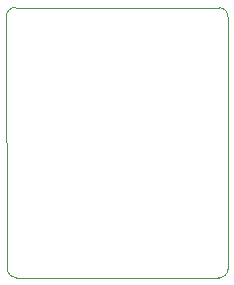
<source format=gbr>
%TF.GenerationSoftware,KiCad,Pcbnew,7.0.1-0*%
%TF.CreationDate,2023-04-12T17:34:26-06:00*%
%TF.ProjectId,100W Amplifier IS,31303057-2041-46d7-906c-696669657220,rev?*%
%TF.SameCoordinates,Original*%
%TF.FileFunction,Profile,NP*%
%FSLAX46Y46*%
G04 Gerber Fmt 4.6, Leading zero omitted, Abs format (unit mm)*
G04 Created by KiCad (PCBNEW 7.0.1-0) date 2023-04-12 17:34:26*
%MOMM*%
%LPD*%
G01*
G04 APERTURE LIST*
%TA.AperFunction,Profile*%
%ADD10C,0.100000*%
%TD*%
G04 APERTURE END LIST*
D10*
X127656447Y-53971414D02*
X144780000Y-53975000D01*
X144780113Y-53973312D02*
G75*
G03*
X145592800Y-53213000I50687J760312D01*
G01*
X126896073Y-53158723D02*
G75*
G03*
X127656447Y-53971414I760327J-50677D01*
G01*
X127611273Y-31106135D02*
X144813553Y-31118586D01*
X127611277Y-31106073D02*
G75*
G03*
X126798586Y-31866447I-50677J-760327D01*
G01*
X145573927Y-31931277D02*
G75*
G03*
X144813553Y-31118586I-760327J50677D01*
G01*
X126798586Y-31866447D02*
X126896135Y-53158727D01*
X145573865Y-31931273D02*
X145592800Y-53213000D01*
M02*

</source>
